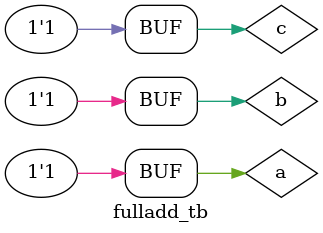
<source format=v>
module fulladd_tb;
  reg a,b,c;
  wire s,cout;
  fulladd A1(.a(a), .b(b), .c(c), .sum(s), .cout(cout));

  initial begin
    $dumpfile("fulladd_test.vcd");
    $dumpvars(0,fulladd_tb);
  end

   initial begin
    a = 1'b0; b = 1'b0; c = 1'b0; #5;
    a = 1'b0; b = 1'b0; c = 1'b1; #5;
    a = 1'b0; b = 1'b1; c = 1'b0; #5;
    a = 1'b0; b = 1'b1; c = 1'b1; #5;
    a = 1'b1; b = 1'b0; c = 1'b0; #5;
    a = 1'b1; b = 1'b0; c = 1'b1; #5;
    a = 1'b1; b = 1'b1; c = 1'b0; #5;
    a = 1'b1; b = 1'b1; c = 1'b1; #5;
  end 



  initial begin
    $monitor($time, "a=%b, b=%b, c=%b, sum=%b, carry=%b", a, b, c, s, cout);
  end

endmodule



</source>
